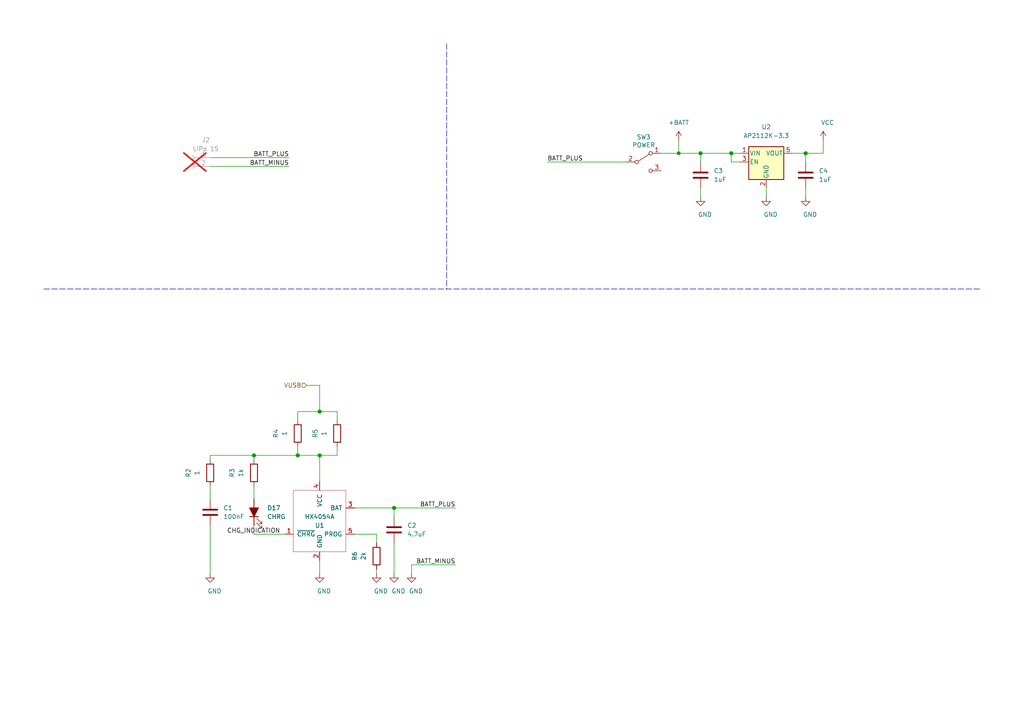
<source format=kicad_sch>
(kicad_sch (version 20231120) (generator "eeschema") (generator_version "8.0")
  (paper "A4")
  (title_block (title "1S LiPo charge") (date "2024-05-26") (rev "1.0"))
  (lib_symbols
    (symbol "Connector:Conn_01x02_Female" (pin_names (offset 1.016) hide)
      (property "Reference" "J" (at 0 2.54 0))
      (property "Value" "Conn_01x02_Female" (at 0 -5.08 0))
      (symbol "Conn_01x02_Female_1_1"
        (arc (start 0 -2.032) (mid -0.5058 -2.54) (end 0 -3.048) (stroke (width 0.1524)))
        (polyline (pts (xy -1.27 -2.54) (xy -0.508 -2.54)) (stroke (width 0.1524)))
        (polyline (pts (xy -1.27 0) (xy -0.508 0)) (stroke (width 0.1524)))
        (arc (start 0 0.508) (mid -0.5058 0) (end 0 -0.508) (stroke (width 0.1524)))
        (pin passive line (at -5.08 0 0) (length 3.81) (name "Pin_1") (number "1"))
        (pin passive line (at -5.08 -2.54 0) (length 3.81) (name "Pin_2") (number "2"))
      )
    )
    (symbol "Device:C" (pin_numbers hide) (pin_names (offset 0.254))
      (property "Reference" "C" (at 0.635 2.54 0))
      (property "Value" "C" (at 0.635 -2.54 0))
      (symbol "C_0_1"
        (polyline (pts (xy -2.032 -0.762) (xy 2.032 -0.762)) (stroke (width 0.508)))
        (polyline (pts (xy -2.032 0.762) (xy 2.032 0.762)) (stroke (width 0.508)))
      )
      (symbol "C_1_1"
        (pin passive line (at 0 3.81 270) (length 2.794) (name "~") (number "1"))
        (pin passive line (at 0 -3.81 90) (length 2.794) (name "~") (number "2"))
      )
    )
    (symbol "Device:LED_ALT" (pin_numbers hide) (pin_names (offset 1.016) hide)
      (property "Reference" "D" (at 0 2.54 0))
      (property "Value" "LED_ALT" (at 0 -2.54 0))
      (symbol "LED_ALT_0_1"
        (polyline (pts (xy -1.27 -1.27) (xy -1.27 1.27)) (stroke (width 0.254)))
        (polyline (pts (xy -1.27 0) (xy 1.27 0)))
        (polyline (pts (xy 1.27 -1.27) (xy 1.27 1.27) (xy -1.27 0) (xy 1.27 -1.27)) (stroke (width 0.254)) (fill (type outline)))
        (polyline (pts (xy -3.048 -0.762) (xy -4.572 -2.286) (xy -3.81 -2.286) (xy -4.572 -2.286) (xy -4.572 -1.524)))
        (polyline (pts (xy -1.778 -0.762) (xy -3.302 -2.286) (xy -2.54 -2.286) (xy -3.302 -2.286) (xy -3.302 -1.524)))
      )
      (symbol "LED_ALT_1_1"
        (pin passive line (at -3.81 0 0) (length 2.54) (name "K") (number "1"))
        (pin passive line (at 3.81 0 180) (length 2.54) (name "A") (number "2"))
      )
    )
    (symbol "Device:R" (pin_numbers hide) (pin_names (offset 0))
      (property "Reference" "R" (at 2.032 0 90))
      (property "Value" "R" (at 0 0 90))
      (symbol "R_0_1"
        (rectangle (start -1.016 -2.54) (end 1.016 2.54) (stroke (width 0.254)))
      )
      (symbol "R_1_1"
        (pin passive line (at 0 3.81 270) (length 1.27) (name "~") (number "1"))
        (pin passive line (at 0 -3.81 90) (length 1.27) (name "~") (number "2"))
      )
    )
    (symbol "Regulator_Linear:AP2112K-3.3" (pin_names (offset 0.254))
      (property "Reference" "U" (at -5.08 5.715 0))
      (property "Value" "AP2112K-3.3" (at 0 5.715 0))
      (symbol "AP2112K-3.3_0_1"
        (rectangle (start -5.08 4.445) (end 5.08 -5.08) (stroke (width 0.254)) (fill (type background)))
      )
      (symbol "AP2112K-3.3_1_1"
        (pin power_in line (at -7.62 2.54 0) (length 2.54) (name "VIN") (number "1"))
        (pin power_in line (at 0 -7.62 90) (length 2.54) (name "GND") (number "2"))
        (pin input line (at -7.62 0 0) (length 2.54) (name "EN") (number "3"))
        (pin no_connect line (at 5.08 0 180) (length 2.54) hide (name "NC") (number "4"))
        (pin power_out line (at 7.62 2.54 180) (length 2.54) (name "VOUT") (number "5"))
      )
    )
    (symbol "Switch:SW_SPDT" (pin_names (offset 0) hide)
      (property "Reference" "SW" (at 0 4.318 0))
      (property "Value" "SW_SPDT" (at 0 -5.08 0))
      (symbol "SW_SPDT_0_0"
        (circle (center -2.032 0) (radius 0.508))
        (circle (center 2.032 -2.54) (radius 0.508))
      )
      (symbol "SW_SPDT_0_1"
        (polyline (pts (xy -1.524 0.254) (xy 1.651 2.286)))
        (circle (center 2.032 2.54) (radius 0.508))
      )
      (symbol "SW_SPDT_1_1"
        (pin passive line (at 5.08 2.54 180) (length 2.54) (name "A") (number "1"))
        (pin passive line (at -5.08 0 0) (length 2.54) (name "B") (number "2"))
        (pin passive line (at 5.08 -2.54 180) (length 2.54) (name "C") (number "3"))
      )
    )
    (symbol "hx4054a:HX4054A" (pin_names (offset 1.016))
      (property "Reference" "U" (at 0 -1.27 0))
      (property "Value" "HX4054A" (at 0 1.27 0))
      (symbol "HX4054A_0_1"
        (rectangle (start -7.62 8.89) (end 7.62 -8.89) (stroke (width 0.0005)))
      )
      (symbol "HX4054A_1_1"
        (pin output line (at -10.16 -3.81 0) (length 2.54) (name "~{CHRG}") (number "1"))
        (pin passive line (at 0 -11.43 90) (length 2.54) (name "GND") (number "2"))
        (pin output line (at 10.16 3.81 180) (length 2.54) (name "BAT") (number "3"))
        (pin power_in line (at 0 11.43 270) (length 2.54) (name "VCC") (number "4"))
        (pin input line (at 10.16 -3.81 180) (length 2.54) (name "PROG") (number "5"))
      )
    )
    (symbol "power:+BATT" (power) (pin_numbers hide) (pin_names (offset 0) hide)
      (property "Value" "+BATT" (at 0 3.556 0))
      (symbol "+BATT_0_1"
        (polyline (pts (xy -0.762 1.27) (xy 0 2.54)))
        (polyline (pts (xy 0 0) (xy 0 2.54)))
        (polyline (pts (xy 0 2.54) (xy 0.762 1.27)))
      )
      (symbol "+BATT_1_1"
        (pin power_in line (at 0 0 90) (length 0) (name "~") (number "1"))
      )
    )
    (symbol "power:GND" (power) (pin_names (offset 0))
      (property "Value" "GND" (at 0 -3.81 0))
      (symbol "GND_0_1"
        (polyline (pts (xy 0 0) (xy 0 -1.27) (xy 1.27 -1.27) (xy 0 -2.54) (xy -1.27 -1.27) (xy 0 -1.27)))
      )
      (symbol "GND_1_1"
        (pin power_in line (at 0 0 270) (length 0) hide (name "GND") (number "1"))
      )
    )
    (symbol "power:VCC" (power) (pin_names (offset 0))
      (property "Value" "VCC" (at 0 3.81 0))
      (symbol "VCC_0_1"
        (polyline (pts (xy -0.762 1.27) (xy 0 2.54)))
        (polyline (pts (xy 0 0) (xy 0 2.54)))
        (polyline (pts (xy 0 2.54) (xy 0.762 1.27)))
      )
      (symbol "VCC_1_1"
        (pin power_in line (at 0 0 90) (length 0) hide (name "VCC") (number "1"))
      )
    )
  )
  (junction (at 73.66 132.08) (diameter 1.016))
  (junction (at 196.85 44.45))
  (junction (at 114.3 147.32) (diameter 1.016))
  (junction (at 233.68 44.45) (diameter 1.016))
  (junction (at 203.2 44.45) (diameter 1.016))
  (junction (at 92.71 119.38) (diameter 1.016))
  (junction (at 212.09 44.45) (diameter 1.016))
  (junction (at 92.71 132.08) (diameter 1.016))
  (junction (at 86.36 132.08) (diameter 1.016))
  (wire (pts (xy 238.76 44.45) (xy 233.68 44.45)))
  (wire (pts (xy 238.76 40.64) (xy 238.76 44.45)))
  (wire (pts (xy 214.63 46.99) (xy 212.09 46.99)))
  (wire (pts (xy 60.96 48.26) (xy 83.82 48.26)))
  (wire (pts (xy 114.3 147.32) (xy 114.3 149.86)))
  (wire (pts (xy 109.22 165.1) (xy 109.22 166.37)))
  (wire (pts (xy 86.36 119.38) (xy 92.71 119.38)))
  (wire (pts (xy 233.68 54.61) (xy 233.68 57.15)))
  (wire (pts (xy 60.96 132.08) (xy 60.96 133.35)))
  (wire (pts (xy 114.3 147.32) (xy 132.08 147.32)))
  (wire (pts (xy 102.87 154.94) (xy 109.22 154.94)))
  (wire (pts (xy 203.2 44.45) (xy 203.2 46.99)))
  (wire (pts (xy 60.96 140.97) (xy 60.96 144.78)))
  (wire (pts (xy 86.36 121.92) (xy 86.36 119.38)))
  (wire (pts (xy 73.66 140.97) (xy 73.66 144.78)))
  (wire (pts (xy 196.85 40.64) (xy 196.85 44.45)))
  (wire (pts (xy 88.9 111.76) (xy 92.71 111.76)))
  (wire (pts (xy 60.96 45.72) (xy 83.82 45.72)))
  (wire (pts (xy 60.96 152.4) (xy 60.96 166.37)))
  (wire (pts (xy 222.25 54.61) (xy 222.25 57.15)))
  (wire (pts (xy 92.71 162.56) (xy 92.71 166.37)))
  (wire (pts (xy 119.38 166.37) (xy 119.38 163.83)))
  (wire (pts (xy 102.87 147.32) (xy 114.3 147.32)))
  (wire (pts (xy 92.71 132.08) (xy 97.79 132.08)))
  (wire (pts (xy 92.71 132.08) (xy 86.36 132.08)))
  (wire (pts (xy 212.09 44.45) (xy 214.63 44.45)))
  (wire (pts (xy 233.68 44.45) (xy 233.68 46.99)))
  (wire (pts (xy 203.2 44.45) (xy 212.09 44.45)))
  (wire (pts (xy 114.3 157.48) (xy 114.3 166.37)))
  (wire (pts (xy 97.79 119.38) (xy 97.79 121.92)))
  (wire (pts (xy 92.71 119.38) (xy 97.79 119.38)))
  (wire (pts (xy 212.09 46.99) (xy 212.09 44.45)))
  (wire (pts (xy 233.68 44.45) (xy 229.87 44.45)))
  (wire (pts (xy 86.36 132.08) (xy 73.66 132.08)))
  (wire (pts (xy 92.71 139.7) (xy 92.71 132.08)))
  (wire (pts (xy 203.2 54.61) (xy 203.2 57.15)))
  (wire (pts (xy 73.66 132.08) (xy 73.66 133.35)))
  (wire (pts (xy 73.66 132.08) (xy 60.96 132.08)))
  (wire (pts (xy 119.38 163.83) (xy 132.08 163.83)))
  (polyline (pts (xy 129.54 12.7) (xy 129.54 83.82)) (stroke (width 0) (type dash)))
  (polyline (pts (xy 12.7 83.82) (xy 284.48 83.82)) (stroke (width 0) (type dash)))
  (wire (pts (xy 196.85 44.45) (xy 203.2 44.45)))
  (wire (pts (xy 92.71 111.76) (xy 92.71 119.38)))
  (wire (pts (xy 191.77 44.45) (xy 196.85 44.45)))
  (wire (pts (xy 109.22 157.48) (xy 109.22 154.94)))
  (wire (pts (xy 86.36 129.54) (xy 86.36 132.08)))
  (wire (pts (xy 97.79 132.08) (xy 97.79 129.54)))
  (wire (pts (xy 73.66 154.94) (xy 73.66 152.4)))
  (wire (pts (xy 158.75 46.99) (xy 181.61 46.99)))
  (wire (pts (xy 82.55 154.94) (xy 73.66 154.94)))
  (label "BATT_PLUS" (at 132.08 147.32 180))
  (label "BATT_MINUS" (at 83.82 48.26 180))
  (label "CHG_INDICATION" (at 81.28 154.94 180))
  (label "BATT_PLUS" (at 158.75 46.99 0))
  (label "BATT_MINUS" (at 132.08 163.83 180))
  (label "BATT_PLUS" (at 83.82 45.72 180))
  (hierarchical_label "VUSB" (shape input) (at 88.9 111.76 180))
  (symbol (lib_id "hx4054a:HX4054A") (at 92.71 151.13 0) (unit 1)
    (property "Reference" "U1" (at 92.71 152.4 0))
    (property "Value" "HX4054A" (at 92.71 149.86 0))
    (property "Footprint" "Package_TO_SOT_SMD:SOT-23-5" (effects (hide yes)))
  )
  (symbol (lib_id "power:GND") (at 114.3 166.37 0) (unit 1)
    (property "Reference" "#PWR011" (effects (hide yes)))
    (property "Value" "GND" (at 115.57 171.45 0))
  )
  (symbol (lib_id "power:GND") (at 222.25 57.15 0) (unit 1)
    (property "Reference" "#PWR015" (effects (hide yes)))
    (property "Value" "GND" (at 223.52 62.23 0))
  )
  (symbol (lib_id "power:GND") (at 233.68 57.15 0) (unit 1)
    (property "Reference" "#PWR016" (effects (hide yes)))
    (property "Value" "GND" (at 234.95 62.23 0))
  )
  (symbol (lib_id "Device:C") (at 60.96 148.59 0) (unit 1)
    (property "Reference" "C1" (at 64.77 147.32 0) (effects (justify left)))
    (property "Value" "100nF" (at 64.77 149.86 0) (effects (justify left)))
    (property "Footprint" "Capacitor_SMD:C_0603_1608Metric" (effects (hide yes)))
  )
  (symbol (lib_id "Device:C") (at 233.68 50.8 0) (unit 1)
    (property "Reference" "C4" (at 237.49 49.53 0) (effects (justify left)))
    (property "Value" "1uF" (at 237.49 52.07 0) (effects (justify left)))
    (property "Footprint" "Capacitor_SMD:C_0603_1608Metric" (effects (hide yes)))
  )
  (symbol (lib_id "Switch:SW_SPDT") (at 186.69 46.99 0) (unit 1)
    (property "Reference" "SW3" (at 186.69 39.751 0))
    (property "Value" "POWER" (at 186.69 42.0624 0))
    (property "Footprint" "Button_Switch_SMD:SW_SPDT_PCM12" (effects (hide yes)))
  )
  (symbol (lib_id "Device:C") (at 203.2 50.8 0) (unit 1)
    (property "Reference" "C3" (at 207.01 49.53 0) (effects (justify left)))
    (property "Value" "1uF" (at 207.01 52.07 0) (effects (justify left)))
    (property "Footprint" "Capacitor_SMD:C_0603_1608Metric" (effects (hide yes)))
  )
  (symbol (lib_id "power:GND") (at 92.71 166.37 0) (unit 1)
    (property "Reference" "#PWR09" (effects (hide yes)))
    (property "Value" "GND" (at 93.98 171.45 0))
  )
  (symbol (lib_id "power:GND") (at 60.96 166.37 0) (unit 1)
    (property "Reference" "#PWR08" (effects (hide yes)))
    (property "Value" "GND" (at 62.23 171.45 0))
  )
  (symbol (lib_id "Regulator_Linear:AP2112K-3.3") (at 222.25 46.99 0) (unit 1)
    (property "Reference" "U2" (at 222.25 36.83 0))
    (property "Value" "AP2112K-3.3" (at 222.25 39.37 0))
    (property "Footprint" "Package_TO_SOT_SMD:SOT-23-5" (effects (hide yes)))
    (property "Datasheet" "https://www.diodes.com/assets/Datasheets/AP2112.pdf" (effects (hide yes)))
  )
  (symbol (lib_id "Device:R") (at 86.36 125.73 180) (unit 1)
    (property "Reference" "R4" (at 80.01 125.73 90))
    (property "Value" "1" (at 82.55 125.73 90))
    (property "Footprint" "Resistor_SMD:R_0603_1608Metric" (effects (hide yes)))
  )
  (symbol (lib_id "Connector:Conn_01x02_Female") (at 55.88 45.72 0) (mirror y) (unit 1) (in_bom no) (dnp yes)
    (property "Reference" "J2" (at 59.69 40.64 0))
    (property "Value" "LiPo 1S" (at 59.69 43.18 0))
    (property "Footprint" "Connector_PinHeader_2.54mm:PinHeader_1x02_P2.54mm_Vertical" (effects (hide yes)))
  )
  (symbol (lib_id "Device:R") (at 60.96 137.16 180) (unit 1)
    (property "Reference" "R2" (at 54.61 137.16 90))
    (property "Value" "1" (at 57.15 137.16 90))
    (property "Footprint" "Resistor_SMD:R_0603_1608Metric" (effects (hide yes)))
  )
  (symbol (lib_id "power:GND") (at 119.38 166.37 0) (unit 1)
    (property "Reference" "#PWR012" (effects (hide yes)))
    (property "Value" "GND" (at 120.65 171.45 0))
  )
  (symbol (lib_id "Device:R") (at 97.79 125.73 180) (unit 1)
    (property "Reference" "R5" (at 91.44 125.73 90))
    (property "Value" "1" (at 93.98 125.73 90))
    (property "Footprint" "Resistor_SMD:R_0603_1608Metric" (effects (hide yes)))
  )
  (symbol (lib_id "power:VCC") (at 238.76 40.64 0) (unit 1)
    (property "Reference" "#PWR017" (effects (hide yes)))
    (property "Value" "VCC" (at 240.03 35.56 0))
  )
  (symbol (lib_id "power:GND") (at 203.2 57.15 0) (unit 1)
    (property "Reference" "#PWR014" (effects (hide yes)))
    (property "Value" "GND" (at 204.47 62.23 0))
  )
  (symbol (lib_id "Device:R") (at 73.66 137.16 180) (unit 1)
    (property "Reference" "R3" (at 67.31 137.16 90))
    (property "Value" "1k" (at 69.85 137.16 90))
    (property "Footprint" "Resistor_SMD:R_0603_1608Metric" (effects (hide yes)))
  )
  (symbol (lib_id "power:+BATT") (at 196.85 40.64 0) (unit 1)
    (property "Reference" "#PWR013" (effects (hide yes)))
    (property "Value" "+BATT" (at 196.85 35.56 0))
    (property "Description" "Power symbol creates a global label with name \"+BATT\"" (effects (hide yes)))
  )
  (symbol (lib_id "Device:LED_ALT") (at 73.66 148.59 90) (unit 1)
    (property "Reference" "D17" (at 77.47 147.32 90) (effects (justify right)))
    (property "Value" "CHRG" (at 77.47 149.86 90) (effects (justify right)))
    (property "Footprint" "LED_SMD:LED_0603_1608Metric" (effects (hide yes)))
  )
  (symbol (lib_id "power:GND") (at 109.22 166.37 0) (unit 1)
    (property "Reference" "#PWR010" (effects (hide yes)))
    (property "Value" "GND" (at 110.49 171.45 0))
  )
  (symbol (lib_id "Device:C") (at 114.3 153.67 0) (unit 1)
    (property "Reference" "C2" (at 118.11 152.4 0) (effects (justify left)))
    (property "Value" "4.7uF" (at 118.11 154.94 0) (effects (justify left)))
    (property "Footprint" "Capacitor_SMD:C_0603_1608Metric" (effects (hide yes)))
  )
  (symbol (lib_id "Device:R") (at 109.22 161.29 180) (unit 1)
    (property "Reference" "R6" (at 102.87 161.29 90))
    (property "Value" "2k" (at 105.41 161.29 90))
    (property "Footprint" "Resistor_SMD:R_0603_1608Metric" (effects (hide yes)))
  )
)
</source>
